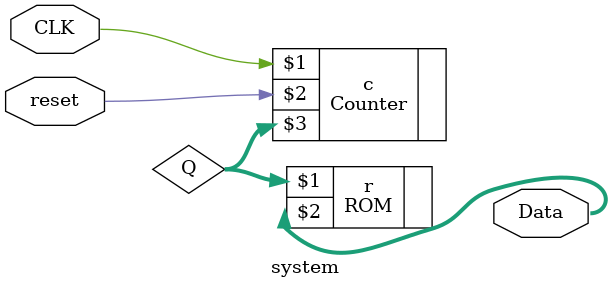
<source format=v>
`timescale 1ns / 1ps




module system(
    input CLK,
    input reset,
    output [3:0] Data
    );


wire [2:0] Q;

Counter c(CLK,reset,Q); // pc



ROM r(Q,Data);  // ROM , instruction memory 




endmodule

</source>
